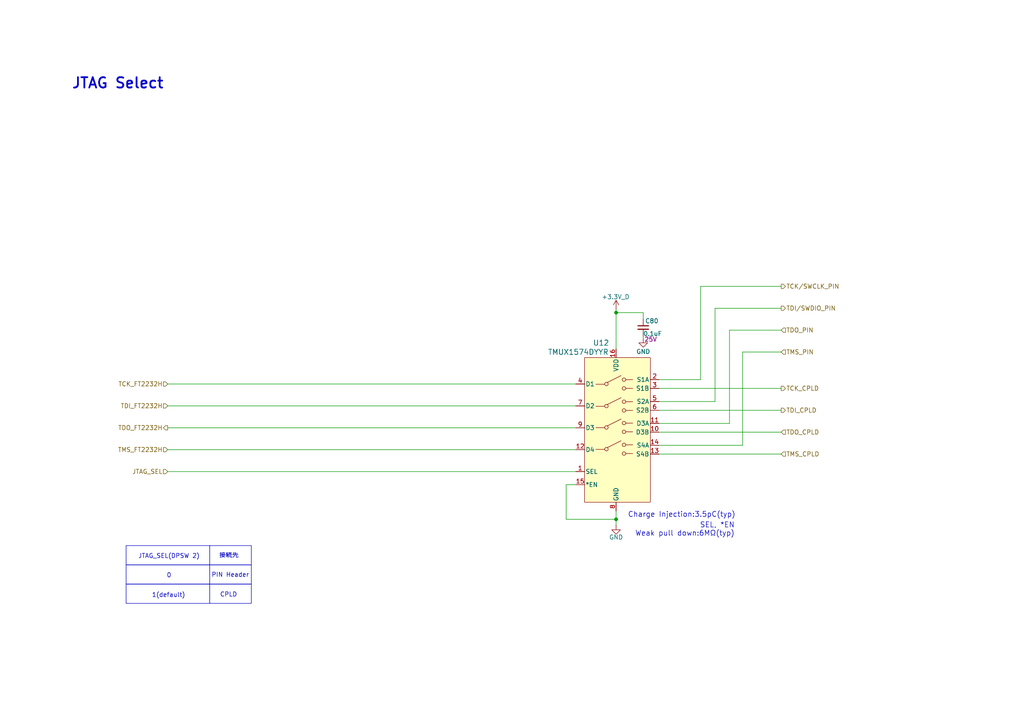
<source format=kicad_sch>
(kicad_sch (version 20250114) (generator "eeschema") (generator_version "9.0")
  (paper "A4")
  (lib_symbols
    (symbol "Device:C_Small" (pin_numbers (hide yes)) (pin_names (offset 0.254) (hide yes))
      (property "Reference" "C" (at 0.254 1.778 0))
      (property "Value" "C_Small" (at 0.254 -2.032 0))
      (symbol "C_Small_0_1"
        (polyline (pts (xy -1.524 0.508) (xy 1.524 0.508)) (stroke (width 0.3048)))
        (polyline (pts (xy -1.524 -0.508) (xy 1.524 -0.508)) (stroke (width 0.3302)))
      )
      (symbol "C_Small_1_1"
        (pin passive line (at 0 2.54 270) (length 2.032) (name "~") (number "1"))
        (pin passive line (at 0 -2.54 90) (length 2.032) (name "~") (number "2"))
      )
    )
    (symbol "TMUX1574DYYR:TMUX1574DYYR" (pin_names (offset 0.254))
      (property "Reference" "U14" (at 4.4801 8.128 0))
      (property "Value" "TMUX1574DYYR" (at 4.4801 5.588 0))
      (symbol "TMUX1574DYYR_1_1"
        (rectangle (start -6.858 3.81) (end 12.192 -38.08) (fill (type background)))
        (polyline (pts (xy -3.578 -3.87) (xy -1.078 -3.87)))
        (polyline (pts (xy -3.578 -10.27) (xy -1.078 -10.27)))
        (polyline (pts (xy -3.578 -16.47) (xy -1.078 -16.47)))
        (polyline (pts (xy -3.578 -22.77) (xy -1.078 -22.77)))
        (circle (center -0.508 -3.81) (radius 0.5) (stroke (width 0) (color 132 0 0 1)) (fill (type background)))
        (circle (center -0.508 -10.21) (radius 0.5) (stroke (width 0) (color 132 0 0 1)) (fill (type background)))
        (circle (center -0.508 -16.41) (radius 0.5) (stroke (width 0) (color 132 0 0 1)) (fill (type background)))
        (circle (center -0.508 -22.71) (radius 0.5) (stroke (width 0) (color 132 0 0 1)) (fill (type background)))
        (polyline (pts (xy -0.278 -3.37) (xy 3.722 -1.37)))
        (polyline (pts (xy -0.278 -9.77) (xy 3.722 -7.77)))
        (polyline (pts (xy -0.278 -15.97) (xy 3.722 -13.97)))
        (polyline (pts (xy -0.278 -22.27) (xy 3.722 -20.27)))
        (circle (center 4.572 -2.54) (radius 0.5) (stroke (width 0) (color 132 0 0 1)) (fill (type background)))
        (circle (center 4.572 -5.08) (radius 0.5) (stroke (width 0) (color 132 0 0 1)) (fill (type background)))
        (circle (center 4.572 -8.94) (radius 0.5) (stroke (width 0) (color 132 0 0 1)) (fill (type background)))
        (circle (center 4.572 -11.48) (radius 0.5) (stroke (width 0) (color 132 0 0 1)) (fill (type background)))
        (circle (center 4.572 -15.14) (radius 0.5) (stroke (width 0) (color 132 0 0 1)) (fill (type background)))
        (circle (center 4.572 -17.68) (radius 0.5) (stroke (width 0) (color 132 0 0 1)) (fill (type background)))
        (circle (center 4.572 -21.44) (radius 0.5) (stroke (width 0) (color 132 0 0 1)) (fill (type background)))
        (circle (center 4.572 -23.98) (radius 0.5) (stroke (width 0) (color 132 0 0 1)) (fill (type background)))
        (polyline (pts (xy 5.122 -2.57) (xy 7.112 -2.54)))
        (polyline (pts (xy 5.122 -5.07) (xy 7.112 -5.08)))
        (polyline (pts (xy 5.122 -8.97) (xy 7.112 -8.94)))
        (polyline (pts (xy 5.122 -11.47) (xy 7.112 -11.48)))
        (polyline (pts (xy 5.122 -15.17) (xy 7.112 -15.14)))
        (polyline (pts (xy 5.122 -17.67) (xy 7.112 -17.68)))
        (polyline (pts (xy 5.122 -21.47) (xy 7.112 -21.44)))
        (polyline (pts (xy 5.122 -23.97) (xy 7.112 -23.98)))
        (pin bidirectional line (at -9.398 -3.81 0) (length 2.54) (name "D1") (number "4"))
        (pin bidirectional line (at -9.398 -10.16 0) (length 2.54) (name "D2") (number "7"))
        (pin bidirectional line (at -9.398 -16.51 0) (length 2.54) (name "D3") (number "9"))
        (pin bidirectional line (at -9.398 -22.86 0) (length 2.54) (name "D4") (number "12"))
        (pin input line (at -9.398 -29.21 0) (length 2.54) (name "SEL") (number "1"))
        (pin input line (at -9.398 -33.02 0) (length 2.54) (name "*EN") (number "15"))
        (pin power_in line (at 2.286 6.35 270) (length 2.54) (name "VDD") (number "16"))
        (pin unspecified line (at 2.286 -40.64 90) (length 2.54) (name "GND") (number "8"))
        (pin bidirectional line (at 14.732 -2.54 180) (length 2.54) (name "S1A") (number "2"))
        (pin bidirectional line (at 14.732 -5.08 180) (length 2.54) (name "S1B") (number "3"))
        (pin bidirectional line (at 14.732 -8.89 180) (length 2.54) (name "S2A") (number "5"))
        (pin bidirectional line (at 14.732 -11.43 180) (length 2.54) (name "S2B") (number "6"))
        (pin bidirectional line (at 14.732 -15.24 180) (length 2.54) (name "D3A") (number "11"))
        (pin bidirectional line (at 14.732 -17.78 180) (length 2.54) (name "D3B") (number "10"))
        (pin bidirectional line (at 14.732 -21.59 180) (length 2.54) (name "S4A") (number "14"))
        (pin bidirectional line (at 14.732 -24.13 180) (length 2.54) (name "S4B") (number "13"))
      )
    )
    (symbol "power:+3.3V" (power) (pin_numbers (hide yes)) (pin_names (offset 0) (hide yes))
      (property "Value" "+3.3V" (at 0 3.556 0))
      (symbol "+3.3V_0_1"
        (polyline (pts (xy -0.762 1.27) (xy 0 2.54)))
        (polyline (pts (xy 0 2.54) (xy 0.762 1.27)))
        (polyline (pts (xy 0 0) (xy 0 2.54)))
      )
      (symbol "+3.3V_1_1"
        (pin power_in line (at 0 0 90) (length 0) (name "~") (number "1"))
      )
    )
    (symbol "power:GND" (power) (pin_numbers (hide yes)) (pin_names (offset 0) (hide yes))
      (property "Value" "GND" (at 0 -3.81 0))
      (symbol "GND_0_1"
        (polyline (pts (xy 0 0) (xy 0 -1.27) (xy 1.27 -1.27) (xy 0 -2.54) (xy -1.27 -1.27) (xy 0 -1.27)))
      )
      (symbol "GND_1_1"
        (pin power_in line (at 0 0 270) (length 0) (name "~") (number "1"))
      )
    )
  )
  (rectangle (start 36.576 169.418) (end 60.833 175.006))
  (rectangle (start 60.833 158.242) (end 72.898 163.83))
  (rectangle (start 60.833 163.83) (end 72.898 169.418))
  (rectangle (start 36.576 163.83) (end 60.833 169.418))
  (rectangle (start 36.576 158.242) (end 60.833 163.83))
  (rectangle (start 60.833 169.418) (end 72.898 175.006))
  (text "SEL, *EN\nWeak pull down:6MΩ(typ)" (at 213.106 155.702 0) (effects (font (size 1.5 1.5)) (justify right bottom)))
  (text "JTAG Select" (at 20.701 26.035 0) (effects (font (size 3 3) (thickness 0.508) (bold yes)) (justify left bottom)))
  (text "1(default)" (at 48.895 172.72 0) (effects (font (size 1.27 1.27))))
  (text "0" (at 49.022 167.005 0) (effects (font (size 1.27 1.27))))
  (text "CPLD" (at 66.294 172.593 0) (effects (font (size 1.27 1.27))))
  (text "JTAG_SEL(DPSW 2)" (at 49.022 161.417 0) (effects (font (size 1.27 1.27))))
  (text "接続先\n" (at 66.421 161.29 0) (effects (font (size 1.27 1.27))))
  (text "PIN Header" (at 66.802 166.878 0) (effects (font (size 1.27 1.27))))
  (text "Charge Injection:3.5pC(typ)" (at 213.36 150.241 0) (effects (font (size 1.5 1.5)) (justify right bottom)))
  (junction (at 178.689 150.622))
  (junction (at 178.689 90.678))
  (wire (pts (xy 178.689 90.678) (xy 178.689 101.219)))
  (wire (pts (xy 191.135 118.999) (xy 226.568 118.999)))
  (wire (pts (xy 191.135 125.349) (xy 226.568 125.349)))
  (wire (pts (xy 191.135 131.699) (xy 226.568 131.699)))
  (wire (pts (xy 191.135 129.159) (xy 215.392 129.159)))
  (wire (pts (xy 178.689 148.209) (xy 178.689 150.622)))
  (wire (pts (xy 48.641 130.429) (xy 167.005 130.429)))
  (wire (pts (xy 186.563 97.536) (xy 186.563 98.171)))
  (wire (pts (xy 207.391 89.408) (xy 226.568 89.408)))
  (wire (pts (xy 48.641 117.729) (xy 167.005 117.729)))
  (wire (pts (xy 191.135 116.459) (xy 207.391 116.459)))
  (wire (pts (xy 48.641 136.779) (xy 167.005 136.779)))
  (wire (pts (xy 191.135 110.109) (xy 203.2 110.109)))
  (wire (pts (xy 191.135 122.809) (xy 211.582 122.809)))
  (wire (pts (xy 186.563 92.456) (xy 186.563 90.678)))
  (wire (pts (xy 178.689 89.662) (xy 178.689 90.678)))
  (wire (pts (xy 211.582 122.809) (xy 211.582 95.758)))
  (wire (pts (xy 191.135 112.649) (xy 226.568 112.649)))
  (wire (pts (xy 48.641 111.379) (xy 167.005 111.379)))
  (wire (pts (xy 164.211 140.589) (xy 164.211 150.622)))
  (wire (pts (xy 178.689 150.622) (xy 178.689 152.4)))
  (wire (pts (xy 215.392 102.108) (xy 226.568 102.108)))
  (wire (pts (xy 186.563 90.678) (xy 178.689 90.678)))
  (wire (pts (xy 203.2 110.109) (xy 203.2 83.058)))
  (wire (pts (xy 215.392 129.159) (xy 215.392 102.108)))
  (wire (pts (xy 211.582 95.758) (xy 226.568 95.758)))
  (wire (pts (xy 207.391 116.459) (xy 207.391 89.408)))
  (wire (pts (xy 167.005 140.589) (xy 164.211 140.589)))
  (wire (pts (xy 203.2 83.058) (xy 226.568 83.058)))
  (wire (pts (xy 48.641 124.079) (xy 167.005 124.079)))
  (wire (pts (xy 164.211 150.622) (xy 178.689 150.622)))
  (hierarchical_label "TCK_FT2232H" (shape input) (at 48.641 111.379 180))
  (hierarchical_label "TDO_PIN" (shape input) (at 226.568 95.758 0))
  (hierarchical_label "TMS_CPLD" (shape input) (at 226.568 131.699 0))
  (hierarchical_label "TDO_CPLD" (shape input) (at 226.568 125.349 0))
  (hierarchical_label "TMS_FT2232H" (shape input) (at 48.641 130.429 180))
  (hierarchical_label "TCK_CPLD" (shape output) (at 226.568 112.649 0))
  (hierarchical_label "TMS_PIN" (shape input) (at 226.568 102.108 0))
  (hierarchical_label "TDI_CPLD" (shape output) (at 226.568 118.999 0))
  (hierarchical_label "TDI_FT2232H" (shape input) (at 48.641 117.729 180))
  (hierarchical_label "TDI{slash}SWDIO_PIN" (shape output) (at 226.568 89.408 0))
  (hierarchical_label "TCK{slash}SWCLK_PIN" (shape output) (at 226.568 83.058 0))
  (hierarchical_label "JTAG_SEL" (shape input) (at 48.641 136.779 180))
  (hierarchical_label "TDO_FT2232H" (shape output) (at 48.641 124.079 180))
  (symbol (lib_id "Device:C_Small") (at 186.563 94.996 0) (mirror y) (unit 1)
    (property "Reference" "C80" (at 191.008 93.091 0) (effects (justify left)))
    (property "Value" "0.1uF" (at 192.024 96.774 0) (effects (justify left)))
    (property "Footprint" "Capacitor_SMD:C_0201_0603Metric_Pad0.64x0.40mm_HandSolder" (effects (hide yes)))
    (property "Description" "Unpolarized capacitor, small symbol" (effects (hide yes)))
    (property "耐圧" "25V" (at 188.722 98.425 0))
    (property "JLCPCB" "C76939" (effects (hide yes)))
    (property "MANUFACTURER_PART_NUMBER" "GRM033R61E104KE14D" (effects (hide yes)))
  )
  (symbol (lib_id "power:GND") (at 186.563 98.171 0) (mirror y) (unit 1)
    (property "Reference" "#PWR0119" (effects (hide yes)))
    (property "Value" "GND" (at 186.563 101.981 0))
    (property "Description" "Power symbol creates a global label with name \"GND\" , ground" (effects (hide yes)))
  )
  (symbol (lib_id "power:GND") (at 178.689 152.4 0) (mirror y) (unit 1)
    (property "Reference" "#PWR0120" (effects (hide yes)))
    (property "Value" "GND" (at 178.689 155.829 0))
    (property "Description" "Power symbol creates a global label with name \"GND\" , ground" (effects (hide yes)))
  )
  (symbol (lib_id "power:+3.3V") (at 178.689 89.662 0) (unit 1)
    (property "Reference" "#PWR0115" (effects (hide yes)))
    (property "Value" "+3.3V_D" (at 178.562 86.106 0))
    (property "Description" "Power symbol creates a global label with name \"+3.3V\"" (effects (hide yes)))
  )
  (symbol (lib_id "TMUX1574DYYR:TMUX1574DYYR") (at 176.403 107.569 0) (unit 1)
    (property "Reference" "U12" (at 171.958 99.441 0) (effects (font (size 1.524 1.524)) (justify left)))
    (property "Value" "TMUX1574DYYR" (at 158.877 102.108 0) (effects (font (size 1.524 1.524)) (justify left)))
    (property "Footprint" "TMUX1574DYYR:SOT-23-THIN-16_DYY_TEX" (effects (hide yes)))
    (property "Datasheet" "TMUX1574DYYR" (effects (hide yes)))
    (property "LCSC" "https://www.lcsc.com/product-detail/Analog-Switches-Multiplexers_Texas-Instruments-TMUX1574DYYR_C1855769.html" (effects (hide yes)))
    (property "JLCPCB" "C1855769" (effects (hide yes)))
    (property "MANUFACTURER_PART_NUMBER" "TMUX1574DYYR" (effects (hide yes)))
  )
)
</source>
